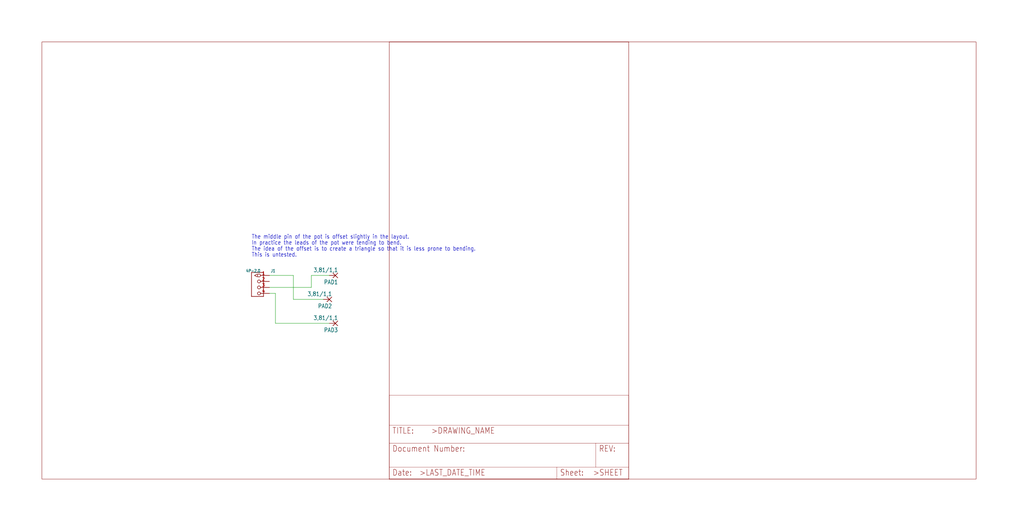
<source format=kicad_sch>
(kicad_sch (version 20211123) (generator eeschema)
  (paper "User" 434.34 223.571)
  (lib_symbols
    (symbol "weaver_pot-eagle-import:3,81{slash}1,1"
      (property "Reference" "PAD" (at -1.143 1.8542 0))
      (property "Value" "3,81{slash}1,1" (at -1.143 -3.302 0))
      (symbol "3,81{slash}1,1_1_0"
        (polyline (pts (xy -1.016 -1.016) (xy 1.016 1.016)) (stroke (width 0.254)))
        (polyline (pts (xy -1.016 1.016) (xy 1.016 -1.016)) (stroke (width 0.254)))
        (pin passive line (at 2.54 0 180) (length 2.54) (name "P") (number "1"))
      )
    )
    (symbol "weaver_pot-eagle-import:GROVE-CONNECTOR-DIP(4P-2.0)"
      (property "Reference" "J" (at -6.35 6.35 0))
      (property "Value" "GROVE-CONNECTOR-DIP(4P-2.0)" (at 0 6.35 0))
      (symbol "GROVE-CONNECTOR-DIP(4P-2.0)_1_0"
        (polyline (pts (xy -1.27 -3.81) (xy -1.27 6.35)) (stroke (width 0.254)))
        (polyline (pts (xy -1.27 6.35) (xy 3.81 6.35)) (stroke (width 0.254)))
        (polyline (pts (xy 3.81 -3.81) (xy -1.27 -3.81)) (stroke (width 0.254)))
        (polyline (pts (xy 3.81 6.35) (xy 3.81 -3.81)) (stroke (width 0.254)))
        (pin bidirectional inverted_clock (at -3.81 5.08 0) (length 5.08) (name "1") (number "1"))
        (pin bidirectional inverted (at -3.81 2.54 0) (length 5.08) (name "2") (number "2"))
        (pin bidirectional inverted (at -3.81 0 0) (length 5.08) (name "3") (number "3"))
        (pin bidirectional inverted (at -3.81 -2.54 0) (length 5.08) (name "4") (number "4"))
      )
    )
    (symbol "weaver_pot-eagle-import:LETTER_L"
      (symbol "LETTER_L_0_0"
        (polyline (pts (xy 0 0) (xy 248.92 0) (xy 248.92 185.42) (xy 0 185.42) (xy 0 0)))
      )
      (symbol "LETTER_L_2_0"
        (polyline (pts (xy 0 0) (xy 0 5.08)) (stroke (width 0.1016)))
        (polyline (pts (xy 0 0) (xy 71.12 0)) (stroke (width 0.1016)))
        (polyline (pts (xy 0 5.08) (xy 0 15.24)) (stroke (width 0.1016)))
        (polyline (pts (xy 0 5.08) (xy 71.12 5.08)) (stroke (width 0.1016)))
        (polyline (pts (xy 0 15.24) (xy 0 22.86)) (stroke (width 0.1016)))
        (polyline (pts (xy 0 22.86) (xy 0 35.56)) (stroke (width 0.1016)))
        (polyline (pts (xy 0 22.86) (xy 101.6 22.86)) (stroke (width 0.1016)))
        (polyline (pts (xy 71.12 0) (xy 101.6 0)) (stroke (width 0.1016)))
        (polyline (pts (xy 71.12 5.08) (xy 71.12 0)) (stroke (width 0.1016)))
        (polyline (pts (xy 71.12 5.08) (xy 87.63 5.08)) (stroke (width 0.1016)))
        (polyline (pts (xy 87.63 5.08) (xy 101.6 5.08)) (stroke (width 0.1016)))
        (polyline (pts (xy 87.63 15.24) (xy 0 15.24)) (stroke (width 0.1016)))
        (polyline (pts (xy 87.63 15.24) (xy 87.63 5.08)) (stroke (width 0.1016)))
        (polyline (pts (xy 101.6 5.08) (xy 101.6 0)) (stroke (width 0.1016)))
        (polyline (pts (xy 101.6 15.24) (xy 87.63 15.24)) (stroke (width 0.1016)))
        (polyline (pts (xy 101.6 15.24) (xy 101.6 5.08)) (stroke (width 0.1016)))
        (polyline (pts (xy 101.6 22.86) (xy 101.6 15.24)) (stroke (width 0.1016)))
        (polyline (pts (xy 101.6 35.56) (xy 0 35.56)) (stroke (width 0.1016)))
        (polyline (pts (xy 101.6 35.56) (xy 101.6 22.86)) (stroke (width 0.1016)))
        (text ">DRAWING_NAME" (at 17.78 19.05 0) (effects (font (size 2.54 2.159)) (justify left bottom)))
        (text ">LAST_DATE_TIME" (at 12.7 1.27 0) (effects (font (size 2.54 2.159)) (justify left bottom)))
        (text ">SHEET" (at 86.36 1.27 0) (effects (font (size 2.54 2.159)) (justify left bottom)))
        (text "Date:" (at 1.27 1.27 0) (effects (font (size 2.54 2.159)) (justify left bottom)))
        (text "Document Number:" (at 1.27 11.43 0) (effects (font (size 2.54 2.159)) (justify left bottom)))
        (text "REV:" (at 88.9 11.43 0) (effects (font (size 2.54 2.159)) (justify left bottom)))
        (text "Sheet:" (at 72.39 1.27 0) (effects (font (size 2.54 2.159)) (justify left bottom)))
        (text "TITLE:" (at 1.27 19.05 0) (effects (font (size 2.54 2.159)) (justify left bottom)))
      )
    )
  )
  (wire (pts (xy 132.08 121.92) (xy 132.08 116.84)))
  (wire (pts (xy 114.3 116.84) (xy 124.46 116.84)))
  (wire (pts (xy 114.3 124.46) (xy 116.84 124.46)))
  (wire (pts (xy 124.46 116.84) (xy 124.46 127)))
  (wire (pts (xy 132.08 116.84) (xy 139.7 116.84)))
  (wire (pts (xy 139.7 137.16) (xy 116.84 137.16)))
  (wire (pts (xy 114.3 121.92) (xy 132.08 121.92)))
  (wire (pts (xy 124.46 127) (xy 137.16 127)))
  (wire (pts (xy 116.84 137.16) (xy 116.84 124.46)))
  (text "In practice the leads of the pot were tending to bend." (at 106.68 104.14 0) (effects (font (size 1.778 1.5113)) (justify left bottom)))
  (text "This is untested." (at 106.68 109.22 180) (effects (font (size 1.778 1.5113)) (justify left bottom)))
  (text "The idea of the offset is to create a triangle so that it is less prone to bending." (at 106.68 106.68 0) (effects (font (size 1.778 1.5113)) (justify left bottom)))
  (text "The middle pin of the pot is offset slightly in the layout." (at 106.68 101.6 0) (effects (font (size 1.778 1.5113)) (justify left bottom)))
  (symbol (lib_id "weaver_pot-eagle-import:3,81{slash}1,1") (at 142.24 116.84 180) (unit 1)
    (property "Reference" "PAD1" (at 143.383 118.6942 0) (effects (font (size 1.778 1.5113)) (justify left bottom)))
    (property "Value" "3,81{slash}1,1" (at 143.383 113.538 0) (effects (font (size 1.778 1.5113)) (justify left bottom)))
    (property "Footprint" "weaver_pot:3,81_1,1" (effects hide))
  )
  (symbol (lib_id "weaver_pot-eagle-import:GROVE-CONNECTOR-DIP(4P-2.0)") (at 110.49 121.92 0) (mirror y) (unit 1)
    (property "Reference" "J1" (at 116.84 115.57 0) (effects (font (size 1.27 1.0795)) (justify left bottom)))
    (property "Value" "4P-2.0" (at 110.49 115.57 0) (effects (font (size 1.27 1.0795)) (justify left bottom)))
    (property "Footprint" "weaver_pot:HW4-2.0" (effects hide))
  )
  (symbol (lib_id "weaver_pot-eagle-import:3,81{slash}1,1") (at 142.24 137.16 180) (unit 1)
    (property "Reference" "PAD3" (at 143.383 139.0142 0) (effects (font (size 1.778 1.5113)) (justify left bottom)))
    (property "Value" "3,81{slash}1,1" (at 143.383 133.858 0) (effects (font (size 1.778 1.5113)) (justify left bottom)))
    (property "Footprint" "weaver_pot:3,81_1,1" (effects hide))
  )
  (symbol (lib_id "weaver_pot-eagle-import:LETTER_L") (at 165.1 203.2 0) (unit 2)
    (property "Reference" "#FRAME1" (effects hide))
    (property "Value" "LETTER_L" (effects hide))
    (property "Footprint" "weaver_pot:" (effects hide))
  )
  (symbol (lib_id "weaver_pot-eagle-import:LETTER_L") (at 17.78 203.2 0) (unit 1)
    (property "Reference" "#FRAME1" (effects hide))
    (property "Value" "LETTER_L" (effects hide))
    (property "Footprint" "weaver_pot:" (effects hide))
  )
  (symbol (lib_id "weaver_pot-eagle-import:3,81{slash}1,1") (at 139.7 127 180) (unit 1)
    (property "Reference" "PAD2" (at 140.843 128.8542 0) (effects (font (size 1.778 1.5113)) (justify left bottom)))
    (property "Value" "3,81{slash}1,1" (at 140.843 123.698 0) (effects (font (size 1.778 1.5113)) (justify left bottom)))
    (property "Footprint" "weaver_pot:3,81_1,1" (effects hide))
  )
)
</source>
